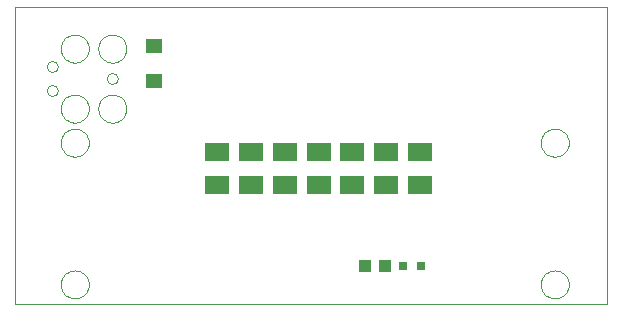
<source format=gtp>
G75*
G70*
%OFA0B0*%
%FSLAX24Y24*%
%IPPOS*%
%LPD*%
%AMOC8*
5,1,8,0,0,1.08239X$1,22.5*
%
%ADD10C,0.0000*%
%ADD11R,0.0787X0.0630*%
%ADD12R,0.0433X0.0394*%
%ADD13R,0.0315X0.0315*%
%ADD14R,0.0551X0.0472*%
D10*
X000483Y000350D02*
X000483Y010221D01*
X020228Y010221D01*
X020228Y000350D01*
X000483Y000350D01*
X002018Y000988D02*
X002020Y001031D01*
X002026Y001073D01*
X002036Y001115D01*
X002049Y001156D01*
X002067Y001195D01*
X002088Y001233D01*
X002112Y001268D01*
X002139Y001301D01*
X002170Y001332D01*
X002203Y001359D01*
X002238Y001383D01*
X002276Y001404D01*
X002315Y001422D01*
X002356Y001435D01*
X002398Y001445D01*
X002440Y001451D01*
X002483Y001453D01*
X002526Y001451D01*
X002568Y001445D01*
X002610Y001435D01*
X002651Y001422D01*
X002690Y001404D01*
X002728Y001383D01*
X002763Y001359D01*
X002796Y001332D01*
X002827Y001301D01*
X002854Y001268D01*
X002878Y001233D01*
X002899Y001195D01*
X002917Y001156D01*
X002930Y001115D01*
X002940Y001073D01*
X002946Y001031D01*
X002948Y000988D01*
X002946Y000945D01*
X002940Y000903D01*
X002930Y000861D01*
X002917Y000820D01*
X002899Y000781D01*
X002878Y000743D01*
X002854Y000708D01*
X002827Y000675D01*
X002796Y000644D01*
X002763Y000617D01*
X002728Y000593D01*
X002690Y000572D01*
X002651Y000554D01*
X002610Y000541D01*
X002568Y000531D01*
X002526Y000525D01*
X002483Y000523D01*
X002440Y000525D01*
X002398Y000531D01*
X002356Y000541D01*
X002315Y000554D01*
X002276Y000572D01*
X002238Y000593D01*
X002203Y000617D01*
X002170Y000644D01*
X002139Y000675D01*
X002112Y000708D01*
X002088Y000743D01*
X002067Y000781D01*
X002049Y000820D01*
X002036Y000861D01*
X002026Y000903D01*
X002020Y000945D01*
X002018Y000988D01*
X002018Y005712D02*
X002020Y005755D01*
X002026Y005797D01*
X002036Y005839D01*
X002049Y005880D01*
X002067Y005919D01*
X002088Y005957D01*
X002112Y005992D01*
X002139Y006025D01*
X002170Y006056D01*
X002203Y006083D01*
X002238Y006107D01*
X002276Y006128D01*
X002315Y006146D01*
X002356Y006159D01*
X002398Y006169D01*
X002440Y006175D01*
X002483Y006177D01*
X002526Y006175D01*
X002568Y006169D01*
X002610Y006159D01*
X002651Y006146D01*
X002690Y006128D01*
X002728Y006107D01*
X002763Y006083D01*
X002796Y006056D01*
X002827Y006025D01*
X002854Y005992D01*
X002878Y005957D01*
X002899Y005919D01*
X002917Y005880D01*
X002930Y005839D01*
X002940Y005797D01*
X002946Y005755D01*
X002948Y005712D01*
X002946Y005669D01*
X002940Y005627D01*
X002930Y005585D01*
X002917Y005544D01*
X002899Y005505D01*
X002878Y005467D01*
X002854Y005432D01*
X002827Y005399D01*
X002796Y005368D01*
X002763Y005341D01*
X002728Y005317D01*
X002690Y005296D01*
X002651Y005278D01*
X002610Y005265D01*
X002568Y005255D01*
X002526Y005249D01*
X002483Y005247D01*
X002440Y005249D01*
X002398Y005255D01*
X002356Y005265D01*
X002315Y005278D01*
X002276Y005296D01*
X002238Y005317D01*
X002203Y005341D01*
X002170Y005368D01*
X002139Y005399D01*
X002112Y005432D01*
X002088Y005467D01*
X002067Y005505D01*
X002049Y005544D01*
X002036Y005585D01*
X002026Y005627D01*
X002020Y005669D01*
X002018Y005712D01*
X002016Y006850D02*
X002018Y006893D01*
X002024Y006936D01*
X002034Y006978D01*
X002048Y007019D01*
X002065Y007058D01*
X002086Y007096D01*
X002110Y007131D01*
X002138Y007165D01*
X002168Y007195D01*
X002202Y007223D01*
X002237Y007247D01*
X002275Y007268D01*
X002314Y007285D01*
X002355Y007299D01*
X002397Y007309D01*
X002440Y007315D01*
X002483Y007317D01*
X002526Y007315D01*
X002569Y007309D01*
X002611Y007299D01*
X002652Y007285D01*
X002691Y007268D01*
X002729Y007247D01*
X002764Y007223D01*
X002798Y007195D01*
X002828Y007165D01*
X002856Y007131D01*
X002880Y007096D01*
X002901Y007058D01*
X002918Y007019D01*
X002932Y006978D01*
X002942Y006936D01*
X002948Y006893D01*
X002950Y006850D01*
X002948Y006807D01*
X002942Y006764D01*
X002932Y006722D01*
X002918Y006681D01*
X002901Y006642D01*
X002880Y006604D01*
X002856Y006569D01*
X002828Y006535D01*
X002798Y006505D01*
X002764Y006477D01*
X002729Y006453D01*
X002691Y006432D01*
X002652Y006415D01*
X002611Y006401D01*
X002569Y006391D01*
X002526Y006385D01*
X002483Y006383D01*
X002440Y006385D01*
X002397Y006391D01*
X002355Y006401D01*
X002314Y006415D01*
X002275Y006432D01*
X002237Y006453D01*
X002202Y006477D01*
X002168Y006505D01*
X002138Y006535D01*
X002110Y006569D01*
X002086Y006604D01*
X002065Y006642D01*
X002048Y006681D01*
X002034Y006722D01*
X002024Y006764D01*
X002018Y006807D01*
X002016Y006850D01*
X001558Y007450D02*
X001560Y007476D01*
X001566Y007502D01*
X001575Y007526D01*
X001588Y007549D01*
X001605Y007569D01*
X001624Y007587D01*
X001646Y007602D01*
X001669Y007613D01*
X001694Y007621D01*
X001720Y007625D01*
X001746Y007625D01*
X001772Y007621D01*
X001797Y007613D01*
X001821Y007602D01*
X001842Y007587D01*
X001861Y007569D01*
X001878Y007549D01*
X001891Y007526D01*
X001900Y007502D01*
X001906Y007476D01*
X001908Y007450D01*
X001906Y007424D01*
X001900Y007398D01*
X001891Y007374D01*
X001878Y007351D01*
X001861Y007331D01*
X001842Y007313D01*
X001820Y007298D01*
X001797Y007287D01*
X001772Y007279D01*
X001746Y007275D01*
X001720Y007275D01*
X001694Y007279D01*
X001669Y007287D01*
X001645Y007298D01*
X001624Y007313D01*
X001605Y007331D01*
X001588Y007351D01*
X001575Y007374D01*
X001566Y007398D01*
X001560Y007424D01*
X001558Y007450D01*
X001558Y008250D02*
X001560Y008276D01*
X001566Y008302D01*
X001575Y008326D01*
X001588Y008349D01*
X001605Y008369D01*
X001624Y008387D01*
X001646Y008402D01*
X001669Y008413D01*
X001694Y008421D01*
X001720Y008425D01*
X001746Y008425D01*
X001772Y008421D01*
X001797Y008413D01*
X001821Y008402D01*
X001842Y008387D01*
X001861Y008369D01*
X001878Y008349D01*
X001891Y008326D01*
X001900Y008302D01*
X001906Y008276D01*
X001908Y008250D01*
X001906Y008224D01*
X001900Y008198D01*
X001891Y008174D01*
X001878Y008151D01*
X001861Y008131D01*
X001842Y008113D01*
X001820Y008098D01*
X001797Y008087D01*
X001772Y008079D01*
X001746Y008075D01*
X001720Y008075D01*
X001694Y008079D01*
X001669Y008087D01*
X001645Y008098D01*
X001624Y008113D01*
X001605Y008131D01*
X001588Y008151D01*
X001575Y008174D01*
X001566Y008198D01*
X001560Y008224D01*
X001558Y008250D01*
X002016Y008850D02*
X002018Y008893D01*
X002024Y008936D01*
X002034Y008978D01*
X002048Y009019D01*
X002065Y009058D01*
X002086Y009096D01*
X002110Y009131D01*
X002138Y009165D01*
X002168Y009195D01*
X002202Y009223D01*
X002237Y009247D01*
X002275Y009268D01*
X002314Y009285D01*
X002355Y009299D01*
X002397Y009309D01*
X002440Y009315D01*
X002483Y009317D01*
X002526Y009315D01*
X002569Y009309D01*
X002611Y009299D01*
X002652Y009285D01*
X002691Y009268D01*
X002729Y009247D01*
X002764Y009223D01*
X002798Y009195D01*
X002828Y009165D01*
X002856Y009131D01*
X002880Y009096D01*
X002901Y009058D01*
X002918Y009019D01*
X002932Y008978D01*
X002942Y008936D01*
X002948Y008893D01*
X002950Y008850D01*
X002948Y008807D01*
X002942Y008764D01*
X002932Y008722D01*
X002918Y008681D01*
X002901Y008642D01*
X002880Y008604D01*
X002856Y008569D01*
X002828Y008535D01*
X002798Y008505D01*
X002764Y008477D01*
X002729Y008453D01*
X002691Y008432D01*
X002652Y008415D01*
X002611Y008401D01*
X002569Y008391D01*
X002526Y008385D01*
X002483Y008383D01*
X002440Y008385D01*
X002397Y008391D01*
X002355Y008401D01*
X002314Y008415D01*
X002275Y008432D01*
X002237Y008453D01*
X002202Y008477D01*
X002168Y008505D01*
X002138Y008535D01*
X002110Y008569D01*
X002086Y008604D01*
X002065Y008642D01*
X002048Y008681D01*
X002034Y008722D01*
X002024Y008764D01*
X002018Y008807D01*
X002016Y008850D01*
X003266Y008850D02*
X003268Y008893D01*
X003274Y008936D01*
X003284Y008978D01*
X003298Y009019D01*
X003315Y009058D01*
X003336Y009096D01*
X003360Y009131D01*
X003388Y009165D01*
X003418Y009195D01*
X003452Y009223D01*
X003487Y009247D01*
X003525Y009268D01*
X003564Y009285D01*
X003605Y009299D01*
X003647Y009309D01*
X003690Y009315D01*
X003733Y009317D01*
X003776Y009315D01*
X003819Y009309D01*
X003861Y009299D01*
X003902Y009285D01*
X003941Y009268D01*
X003979Y009247D01*
X004014Y009223D01*
X004048Y009195D01*
X004078Y009165D01*
X004106Y009131D01*
X004130Y009096D01*
X004151Y009058D01*
X004168Y009019D01*
X004182Y008978D01*
X004192Y008936D01*
X004198Y008893D01*
X004200Y008850D01*
X004198Y008807D01*
X004192Y008764D01*
X004182Y008722D01*
X004168Y008681D01*
X004151Y008642D01*
X004130Y008604D01*
X004106Y008569D01*
X004078Y008535D01*
X004048Y008505D01*
X004014Y008477D01*
X003979Y008453D01*
X003941Y008432D01*
X003902Y008415D01*
X003861Y008401D01*
X003819Y008391D01*
X003776Y008385D01*
X003733Y008383D01*
X003690Y008385D01*
X003647Y008391D01*
X003605Y008401D01*
X003564Y008415D01*
X003525Y008432D01*
X003487Y008453D01*
X003452Y008477D01*
X003418Y008505D01*
X003388Y008535D01*
X003360Y008569D01*
X003336Y008604D01*
X003315Y008642D01*
X003298Y008681D01*
X003284Y008722D01*
X003274Y008764D01*
X003268Y008807D01*
X003266Y008850D01*
X003558Y007850D02*
X003560Y007876D01*
X003566Y007902D01*
X003575Y007926D01*
X003588Y007949D01*
X003605Y007969D01*
X003624Y007987D01*
X003646Y008002D01*
X003669Y008013D01*
X003694Y008021D01*
X003720Y008025D01*
X003746Y008025D01*
X003772Y008021D01*
X003797Y008013D01*
X003821Y008002D01*
X003842Y007987D01*
X003861Y007969D01*
X003878Y007949D01*
X003891Y007926D01*
X003900Y007902D01*
X003906Y007876D01*
X003908Y007850D01*
X003906Y007824D01*
X003900Y007798D01*
X003891Y007774D01*
X003878Y007751D01*
X003861Y007731D01*
X003842Y007713D01*
X003820Y007698D01*
X003797Y007687D01*
X003772Y007679D01*
X003746Y007675D01*
X003720Y007675D01*
X003694Y007679D01*
X003669Y007687D01*
X003645Y007698D01*
X003624Y007713D01*
X003605Y007731D01*
X003588Y007751D01*
X003575Y007774D01*
X003566Y007798D01*
X003560Y007824D01*
X003558Y007850D01*
X003266Y006850D02*
X003268Y006893D01*
X003274Y006936D01*
X003284Y006978D01*
X003298Y007019D01*
X003315Y007058D01*
X003336Y007096D01*
X003360Y007131D01*
X003388Y007165D01*
X003418Y007195D01*
X003452Y007223D01*
X003487Y007247D01*
X003525Y007268D01*
X003564Y007285D01*
X003605Y007299D01*
X003647Y007309D01*
X003690Y007315D01*
X003733Y007317D01*
X003776Y007315D01*
X003819Y007309D01*
X003861Y007299D01*
X003902Y007285D01*
X003941Y007268D01*
X003979Y007247D01*
X004014Y007223D01*
X004048Y007195D01*
X004078Y007165D01*
X004106Y007131D01*
X004130Y007096D01*
X004151Y007058D01*
X004168Y007019D01*
X004182Y006978D01*
X004192Y006936D01*
X004198Y006893D01*
X004200Y006850D01*
X004198Y006807D01*
X004192Y006764D01*
X004182Y006722D01*
X004168Y006681D01*
X004151Y006642D01*
X004130Y006604D01*
X004106Y006569D01*
X004078Y006535D01*
X004048Y006505D01*
X004014Y006477D01*
X003979Y006453D01*
X003941Y006432D01*
X003902Y006415D01*
X003861Y006401D01*
X003819Y006391D01*
X003776Y006385D01*
X003733Y006383D01*
X003690Y006385D01*
X003647Y006391D01*
X003605Y006401D01*
X003564Y006415D01*
X003525Y006432D01*
X003487Y006453D01*
X003452Y006477D01*
X003418Y006505D01*
X003388Y006535D01*
X003360Y006569D01*
X003336Y006604D01*
X003315Y006642D01*
X003298Y006681D01*
X003284Y006722D01*
X003274Y006764D01*
X003268Y006807D01*
X003266Y006850D01*
X018018Y005712D02*
X018020Y005755D01*
X018026Y005797D01*
X018036Y005839D01*
X018049Y005880D01*
X018067Y005919D01*
X018088Y005957D01*
X018112Y005992D01*
X018139Y006025D01*
X018170Y006056D01*
X018203Y006083D01*
X018238Y006107D01*
X018276Y006128D01*
X018315Y006146D01*
X018356Y006159D01*
X018398Y006169D01*
X018440Y006175D01*
X018483Y006177D01*
X018526Y006175D01*
X018568Y006169D01*
X018610Y006159D01*
X018651Y006146D01*
X018690Y006128D01*
X018728Y006107D01*
X018763Y006083D01*
X018796Y006056D01*
X018827Y006025D01*
X018854Y005992D01*
X018878Y005957D01*
X018899Y005919D01*
X018917Y005880D01*
X018930Y005839D01*
X018940Y005797D01*
X018946Y005755D01*
X018948Y005712D01*
X018946Y005669D01*
X018940Y005627D01*
X018930Y005585D01*
X018917Y005544D01*
X018899Y005505D01*
X018878Y005467D01*
X018854Y005432D01*
X018827Y005399D01*
X018796Y005368D01*
X018763Y005341D01*
X018728Y005317D01*
X018690Y005296D01*
X018651Y005278D01*
X018610Y005265D01*
X018568Y005255D01*
X018526Y005249D01*
X018483Y005247D01*
X018440Y005249D01*
X018398Y005255D01*
X018356Y005265D01*
X018315Y005278D01*
X018276Y005296D01*
X018238Y005317D01*
X018203Y005341D01*
X018170Y005368D01*
X018139Y005399D01*
X018112Y005432D01*
X018088Y005467D01*
X018067Y005505D01*
X018049Y005544D01*
X018036Y005585D01*
X018026Y005627D01*
X018020Y005669D01*
X018018Y005712D01*
X018018Y000988D02*
X018020Y001031D01*
X018026Y001073D01*
X018036Y001115D01*
X018049Y001156D01*
X018067Y001195D01*
X018088Y001233D01*
X018112Y001268D01*
X018139Y001301D01*
X018170Y001332D01*
X018203Y001359D01*
X018238Y001383D01*
X018276Y001404D01*
X018315Y001422D01*
X018356Y001435D01*
X018398Y001445D01*
X018440Y001451D01*
X018483Y001453D01*
X018526Y001451D01*
X018568Y001445D01*
X018610Y001435D01*
X018651Y001422D01*
X018690Y001404D01*
X018728Y001383D01*
X018763Y001359D01*
X018796Y001332D01*
X018827Y001301D01*
X018854Y001268D01*
X018878Y001233D01*
X018899Y001195D01*
X018917Y001156D01*
X018930Y001115D01*
X018940Y001073D01*
X018946Y001031D01*
X018948Y000988D01*
X018946Y000945D01*
X018940Y000903D01*
X018930Y000861D01*
X018917Y000820D01*
X018899Y000781D01*
X018878Y000743D01*
X018854Y000708D01*
X018827Y000675D01*
X018796Y000644D01*
X018763Y000617D01*
X018728Y000593D01*
X018690Y000572D01*
X018651Y000554D01*
X018610Y000541D01*
X018568Y000531D01*
X018526Y000525D01*
X018483Y000523D01*
X018440Y000525D01*
X018398Y000531D01*
X018356Y000541D01*
X018315Y000554D01*
X018276Y000572D01*
X018238Y000593D01*
X018203Y000617D01*
X018170Y000644D01*
X018139Y000675D01*
X018112Y000708D01*
X018088Y000743D01*
X018067Y000781D01*
X018049Y000820D01*
X018036Y000861D01*
X018026Y000903D01*
X018020Y000945D01*
X018018Y000988D01*
D11*
X013983Y004299D03*
X012858Y004299D03*
X011733Y004299D03*
X010608Y004299D03*
X009483Y004299D03*
X008358Y004299D03*
X007233Y004299D03*
X007233Y005401D03*
X008358Y005401D03*
X009483Y005401D03*
X010608Y005401D03*
X011733Y005401D03*
X012858Y005401D03*
X013983Y005401D03*
D12*
X012817Y001600D03*
X012148Y001600D03*
D13*
X013437Y001600D03*
X014028Y001600D03*
D14*
X005108Y007759D03*
X005108Y008941D03*
M02*

</source>
